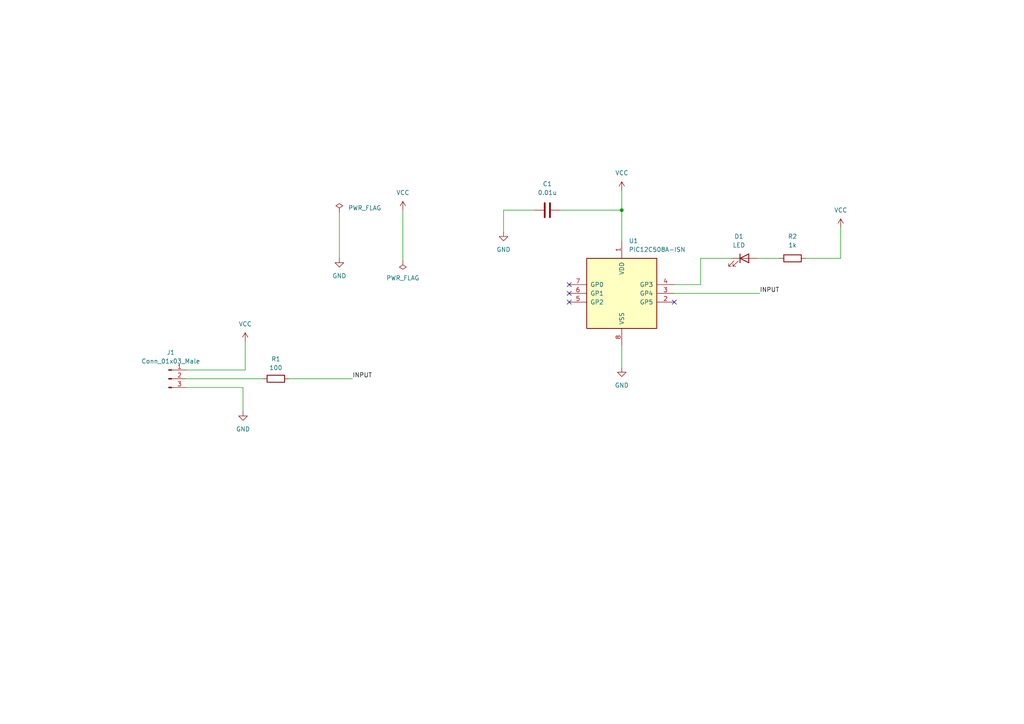
<source format=kicad_sch>
(kicad_sch (version 20211123) (generator eeschema)

  (uuid e63e39d7-6ac0-4ffd-8aa3-1841a4541b55)

  (paper "A4")

  (title_block
    (title "tutorial1")
    (rev "1")
    (company "Continuas_HAGA")
    (comment 1 "my first KiCad")
  )

  (lib_symbols
    (symbol "Connector:Conn_01x03_Male" (pin_names (offset 1.016) hide) (in_bom yes) (on_board yes)
      (property "Reference" "J" (id 0) (at 0 5.08 0)
        (effects (font (size 1.27 1.27)))
      )
      (property "Value" "Conn_01x03_Male" (id 1) (at 0 -5.08 0)
        (effects (font (size 1.27 1.27)))
      )
      (property "Footprint" "" (id 2) (at 0 0 0)
        (effects (font (size 1.27 1.27)) hide)
      )
      (property "Datasheet" "~" (id 3) (at 0 0 0)
        (effects (font (size 1.27 1.27)) hide)
      )
      (property "ki_keywords" "connector" (id 4) (at 0 0 0)
        (effects (font (size 1.27 1.27)) hide)
      )
      (property "ki_description" "Generic connector, single row, 01x03, script generated (kicad-library-utils/schlib/autogen/connector/)" (id 5) (at 0 0 0)
        (effects (font (size 1.27 1.27)) hide)
      )
      (property "ki_fp_filters" "Connector*:*_1x??_*" (id 6) (at 0 0 0)
        (effects (font (size 1.27 1.27)) hide)
      )
      (symbol "Conn_01x03_Male_1_1"
        (polyline
          (pts
            (xy 1.27 -2.54)
            (xy 0.8636 -2.54)
          )
          (stroke (width 0.1524) (type default) (color 0 0 0 0))
          (fill (type none))
        )
        (polyline
          (pts
            (xy 1.27 0)
            (xy 0.8636 0)
          )
          (stroke (width 0.1524) (type default) (color 0 0 0 0))
          (fill (type none))
        )
        (polyline
          (pts
            (xy 1.27 2.54)
            (xy 0.8636 2.54)
          )
          (stroke (width 0.1524) (type default) (color 0 0 0 0))
          (fill (type none))
        )
        (rectangle (start 0.8636 -2.413) (end 0 -2.667)
          (stroke (width 0.1524) (type default) (color 0 0 0 0))
          (fill (type outline))
        )
        (rectangle (start 0.8636 0.127) (end 0 -0.127)
          (stroke (width 0.1524) (type default) (color 0 0 0 0))
          (fill (type outline))
        )
        (rectangle (start 0.8636 2.667) (end 0 2.413)
          (stroke (width 0.1524) (type default) (color 0 0 0 0))
          (fill (type outline))
        )
        (pin passive line (at 5.08 2.54 180) (length 3.81)
          (name "Pin_1" (effects (font (size 1.27 1.27))))
          (number "1" (effects (font (size 1.27 1.27))))
        )
        (pin passive line (at 5.08 0 180) (length 3.81)
          (name "Pin_2" (effects (font (size 1.27 1.27))))
          (number "2" (effects (font (size 1.27 1.27))))
        )
        (pin passive line (at 5.08 -2.54 180) (length 3.81)
          (name "Pin_3" (effects (font (size 1.27 1.27))))
          (number "3" (effects (font (size 1.27 1.27))))
        )
      )
    )
    (symbol "Device:C" (pin_numbers hide) (pin_names (offset 0.254)) (in_bom yes) (on_board yes)
      (property "Reference" "C" (id 0) (at 0.635 2.54 0)
        (effects (font (size 1.27 1.27)) (justify left))
      )
      (property "Value" "C" (id 1) (at 0.635 -2.54 0)
        (effects (font (size 1.27 1.27)) (justify left))
      )
      (property "Footprint" "" (id 2) (at 0.9652 -3.81 0)
        (effects (font (size 1.27 1.27)) hide)
      )
      (property "Datasheet" "~" (id 3) (at 0 0 0)
        (effects (font (size 1.27 1.27)) hide)
      )
      (property "ki_keywords" "cap capacitor" (id 4) (at 0 0 0)
        (effects (font (size 1.27 1.27)) hide)
      )
      (property "ki_description" "Unpolarized capacitor" (id 5) (at 0 0 0)
        (effects (font (size 1.27 1.27)) hide)
      )
      (property "ki_fp_filters" "C_*" (id 6) (at 0 0 0)
        (effects (font (size 1.27 1.27)) hide)
      )
      (symbol "C_0_1"
        (polyline
          (pts
            (xy -2.032 -0.762)
            (xy 2.032 -0.762)
          )
          (stroke (width 0.508) (type default) (color 0 0 0 0))
          (fill (type none))
        )
        (polyline
          (pts
            (xy -2.032 0.762)
            (xy 2.032 0.762)
          )
          (stroke (width 0.508) (type default) (color 0 0 0 0))
          (fill (type none))
        )
      )
      (symbol "C_1_1"
        (pin passive line (at 0 3.81 270) (length 2.794)
          (name "~" (effects (font (size 1.27 1.27))))
          (number "1" (effects (font (size 1.27 1.27))))
        )
        (pin passive line (at 0 -3.81 90) (length 2.794)
          (name "~" (effects (font (size 1.27 1.27))))
          (number "2" (effects (font (size 1.27 1.27))))
        )
      )
    )
    (symbol "Device:LED" (pin_numbers hide) (pin_names (offset 1.016) hide) (in_bom yes) (on_board yes)
      (property "Reference" "D" (id 0) (at 0 2.54 0)
        (effects (font (size 1.27 1.27)))
      )
      (property "Value" "LED" (id 1) (at 0 -2.54 0)
        (effects (font (size 1.27 1.27)))
      )
      (property "Footprint" "" (id 2) (at 0 0 0)
        (effects (font (size 1.27 1.27)) hide)
      )
      (property "Datasheet" "~" (id 3) (at 0 0 0)
        (effects (font (size 1.27 1.27)) hide)
      )
      (property "ki_keywords" "LED diode" (id 4) (at 0 0 0)
        (effects (font (size 1.27 1.27)) hide)
      )
      (property "ki_description" "Light emitting diode" (id 5) (at 0 0 0)
        (effects (font (size 1.27 1.27)) hide)
      )
      (property "ki_fp_filters" "LED* LED_SMD:* LED_THT:*" (id 6) (at 0 0 0)
        (effects (font (size 1.27 1.27)) hide)
      )
      (symbol "LED_0_1"
        (polyline
          (pts
            (xy -1.27 -1.27)
            (xy -1.27 1.27)
          )
          (stroke (width 0.254) (type default) (color 0 0 0 0))
          (fill (type none))
        )
        (polyline
          (pts
            (xy -1.27 0)
            (xy 1.27 0)
          )
          (stroke (width 0) (type default) (color 0 0 0 0))
          (fill (type none))
        )
        (polyline
          (pts
            (xy 1.27 -1.27)
            (xy 1.27 1.27)
            (xy -1.27 0)
            (xy 1.27 -1.27)
          )
          (stroke (width 0.254) (type default) (color 0 0 0 0))
          (fill (type none))
        )
        (polyline
          (pts
            (xy -3.048 -0.762)
            (xy -4.572 -2.286)
            (xy -3.81 -2.286)
            (xy -4.572 -2.286)
            (xy -4.572 -1.524)
          )
          (stroke (width 0) (type default) (color 0 0 0 0))
          (fill (type none))
        )
        (polyline
          (pts
            (xy -1.778 -0.762)
            (xy -3.302 -2.286)
            (xy -2.54 -2.286)
            (xy -3.302 -2.286)
            (xy -3.302 -1.524)
          )
          (stroke (width 0) (type default) (color 0 0 0 0))
          (fill (type none))
        )
      )
      (symbol "LED_1_1"
        (pin passive line (at -3.81 0 0) (length 2.54)
          (name "K" (effects (font (size 1.27 1.27))))
          (number "1" (effects (font (size 1.27 1.27))))
        )
        (pin passive line (at 3.81 0 180) (length 2.54)
          (name "A" (effects (font (size 1.27 1.27))))
          (number "2" (effects (font (size 1.27 1.27))))
        )
      )
    )
    (symbol "Device:R" (pin_numbers hide) (pin_names (offset 0)) (in_bom yes) (on_board yes)
      (property "Reference" "R" (id 0) (at 2.032 0 90)
        (effects (font (size 1.27 1.27)))
      )
      (property "Value" "R" (id 1) (at 0 0 90)
        (effects (font (size 1.27 1.27)))
      )
      (property "Footprint" "" (id 2) (at -1.778 0 90)
        (effects (font (size 1.27 1.27)) hide)
      )
      (property "Datasheet" "~" (id 3) (at 0 0 0)
        (effects (font (size 1.27 1.27)) hide)
      )
      (property "ki_keywords" "R res resistor" (id 4) (at 0 0 0)
        (effects (font (size 1.27 1.27)) hide)
      )
      (property "ki_description" "Resistor" (id 5) (at 0 0 0)
        (effects (font (size 1.27 1.27)) hide)
      )
      (property "ki_fp_filters" "R_*" (id 6) (at 0 0 0)
        (effects (font (size 1.27 1.27)) hide)
      )
      (symbol "R_0_1"
        (rectangle (start -1.016 -2.54) (end 1.016 2.54)
          (stroke (width 0.254) (type default) (color 0 0 0 0))
          (fill (type none))
        )
      )
      (symbol "R_1_1"
        (pin passive line (at 0 3.81 270) (length 1.27)
          (name "~" (effects (font (size 1.27 1.27))))
          (number "1" (effects (font (size 1.27 1.27))))
        )
        (pin passive line (at 0 -3.81 90) (length 1.27)
          (name "~" (effects (font (size 1.27 1.27))))
          (number "2" (effects (font (size 1.27 1.27))))
        )
      )
    )
    (symbol "MCU_Microchip_PIC12:PIC12C508A-ISN" (pin_names (offset 1.016)) (in_bom yes) (on_board yes)
      (property "Reference" "U" (id 0) (at 1.27 13.97 0)
        (effects (font (size 1.27 1.27)) (justify left))
      )
      (property "Value" "PIC12C508A-ISN" (id 1) (at 1.27 11.43 0)
        (effects (font (size 1.27 1.27)) (justify left))
      )
      (property "Footprint" "Package_DIP:DIP-8_W7.62mm" (id 2) (at 15.24 16.51 0)
        (effects (font (size 1.27 1.27)) hide)
      )
      (property "Datasheet" "http://ww1.microchip.com/downloads/en/devicedoc/40139e.pdf" (id 3) (at 0 0 0)
        (effects (font (size 1.27 1.27)) hide)
      )
      (property "ki_keywords" "8-Bit CMOS Microcontroller" (id 4) (at 0 0 0)
        (effects (font (size 1.27 1.27)) hide)
      )
      (property "ki_description" "PIC12C508A, 512W EPROM, 25B SRAM, SO8" (id 5) (at 0 0 0)
        (effects (font (size 1.27 1.27)) hide)
      )
      (property "ki_fp_filters" "DIP*W7.62mm*" (id 6) (at 0 0 0)
        (effects (font (size 1.27 1.27)) hide)
      )
      (symbol "PIC12C508A-ISN_0_1"
        (rectangle (start 10.16 -10.16) (end -10.16 10.16)
          (stroke (width 0.254) (type default) (color 0 0 0 0))
          (fill (type background))
        )
      )
      (symbol "PIC12C508A-ISN_1_1"
        (pin power_in line (at 0 15.24 270) (length 5.08)
          (name "VDD" (effects (font (size 1.27 1.27))))
          (number "1" (effects (font (size 1.27 1.27))))
        )
        (pin bidirectional line (at 15.24 -2.54 180) (length 5.08)
          (name "GP5" (effects (font (size 1.27 1.27))))
          (number "2" (effects (font (size 1.27 1.27))))
        )
        (pin bidirectional line (at 15.24 0 180) (length 5.08)
          (name "GP4" (effects (font (size 1.27 1.27))))
          (number "3" (effects (font (size 1.27 1.27))))
        )
        (pin input line (at 15.24 2.54 180) (length 5.08)
          (name "GP3" (effects (font (size 1.27 1.27))))
          (number "4" (effects (font (size 1.27 1.27))))
        )
        (pin bidirectional line (at -15.24 -2.54 0) (length 5.08)
          (name "GP2" (effects (font (size 1.27 1.27))))
          (number "5" (effects (font (size 1.27 1.27))))
        )
        (pin bidirectional line (at -15.24 0 0) (length 5.08)
          (name "GP1" (effects (font (size 1.27 1.27))))
          (number "6" (effects (font (size 1.27 1.27))))
        )
        (pin bidirectional line (at -15.24 2.54 0) (length 5.08)
          (name "GP0" (effects (font (size 1.27 1.27))))
          (number "7" (effects (font (size 1.27 1.27))))
        )
        (pin power_in line (at 0 -15.24 90) (length 5.08)
          (name "VSS" (effects (font (size 1.27 1.27))))
          (number "8" (effects (font (size 1.27 1.27))))
        )
      )
    )
    (symbol "power:GND" (power) (pin_names (offset 0)) (in_bom yes) (on_board yes)
      (property "Reference" "#PWR" (id 0) (at 0 -6.35 0)
        (effects (font (size 1.27 1.27)) hide)
      )
      (property "Value" "GND" (id 1) (at 0 -3.81 0)
        (effects (font (size 1.27 1.27)))
      )
      (property "Footprint" "" (id 2) (at 0 0 0)
        (effects (font (size 1.27 1.27)) hide)
      )
      (property "Datasheet" "" (id 3) (at 0 0 0)
        (effects (font (size 1.27 1.27)) hide)
      )
      (property "ki_keywords" "power-flag" (id 4) (at 0 0 0)
        (effects (font (size 1.27 1.27)) hide)
      )
      (property "ki_description" "Power symbol creates a global label with name \"GND\" , ground" (id 5) (at 0 0 0)
        (effects (font (size 1.27 1.27)) hide)
      )
      (symbol "GND_0_1"
        (polyline
          (pts
            (xy 0 0)
            (xy 0 -1.27)
            (xy 1.27 -1.27)
            (xy 0 -2.54)
            (xy -1.27 -1.27)
            (xy 0 -1.27)
          )
          (stroke (width 0) (type default) (color 0 0 0 0))
          (fill (type none))
        )
      )
      (symbol "GND_1_1"
        (pin power_in line (at 0 0 270) (length 0) hide
          (name "GND" (effects (font (size 1.27 1.27))))
          (number "1" (effects (font (size 1.27 1.27))))
        )
      )
    )
    (symbol "power:PWR_FLAG" (power) (pin_numbers hide) (pin_names (offset 0) hide) (in_bom yes) (on_board yes)
      (property "Reference" "#FLG" (id 0) (at 0 1.905 0)
        (effects (font (size 1.27 1.27)) hide)
      )
      (property "Value" "PWR_FLAG" (id 1) (at 0 3.81 0)
        (effects (font (size 1.27 1.27)))
      )
      (property "Footprint" "" (id 2) (at 0 0 0)
        (effects (font (size 1.27 1.27)) hide)
      )
      (property "Datasheet" "~" (id 3) (at 0 0 0)
        (effects (font (size 1.27 1.27)) hide)
      )
      (property "ki_keywords" "power-flag" (id 4) (at 0 0 0)
        (effects (font (size 1.27 1.27)) hide)
      )
      (property "ki_description" "Special symbol for telling ERC where power comes from" (id 5) (at 0 0 0)
        (effects (font (size 1.27 1.27)) hide)
      )
      (symbol "PWR_FLAG_0_0"
        (pin power_out line (at 0 0 90) (length 0)
          (name "pwr" (effects (font (size 1.27 1.27))))
          (number "1" (effects (font (size 1.27 1.27))))
        )
      )
      (symbol "PWR_FLAG_0_1"
        (polyline
          (pts
            (xy 0 0)
            (xy 0 1.27)
            (xy -1.016 1.905)
            (xy 0 2.54)
            (xy 1.016 1.905)
            (xy 0 1.27)
          )
          (stroke (width 0) (type default) (color 0 0 0 0))
          (fill (type none))
        )
      )
    )
    (symbol "power:VCC" (power) (pin_names (offset 0)) (in_bom yes) (on_board yes)
      (property "Reference" "#PWR" (id 0) (at 0 -3.81 0)
        (effects (font (size 1.27 1.27)) hide)
      )
      (property "Value" "VCC" (id 1) (at 0 3.81 0)
        (effects (font (size 1.27 1.27)))
      )
      (property "Footprint" "" (id 2) (at 0 0 0)
        (effects (font (size 1.27 1.27)) hide)
      )
      (property "Datasheet" "" (id 3) (at 0 0 0)
        (effects (font (size 1.27 1.27)) hide)
      )
      (property "ki_keywords" "power-flag" (id 4) (at 0 0 0)
        (effects (font (size 1.27 1.27)) hide)
      )
      (property "ki_description" "Power symbol creates a global label with name \"VCC\"" (id 5) (at 0 0 0)
        (effects (font (size 1.27 1.27)) hide)
      )
      (symbol "VCC_0_1"
        (polyline
          (pts
            (xy -0.762 1.27)
            (xy 0 2.54)
          )
          (stroke (width 0) (type default) (color 0 0 0 0))
          (fill (type none))
        )
        (polyline
          (pts
            (xy 0 0)
            (xy 0 2.54)
          )
          (stroke (width 0) (type default) (color 0 0 0 0))
          (fill (type none))
        )
        (polyline
          (pts
            (xy 0 2.54)
            (xy 0.762 1.27)
          )
          (stroke (width 0) (type default) (color 0 0 0 0))
          (fill (type none))
        )
      )
      (symbol "VCC_1_1"
        (pin power_in line (at 0 0 90) (length 0) hide
          (name "VCC" (effects (font (size 1.27 1.27))))
          (number "1" (effects (font (size 1.27 1.27))))
        )
      )
    )
  )

  (junction (at 180.34 60.96) (diameter 0) (color 0 0 0 0)
    (uuid e05658bf-28aa-4ea7-aabe-14df4730ad62)
  )

  (no_connect (at 165.1 87.63) (uuid 3a7bdc2b-7ff3-4568-ace7-3221828cf7fd))
  (no_connect (at 165.1 85.09) (uuid 3a7bdc2b-7ff3-4568-ace7-3221828cf7fd))
  (no_connect (at 195.58 87.63) (uuid 7132d537-6816-4e26-bfbc-530820f8076a))
  (no_connect (at 165.1 82.55) (uuid 7132d537-6816-4e26-bfbc-530820f8076a))

  (wire (pts (xy 98.425 61.595) (xy 98.425 74.93))
    (stroke (width 0) (type default) (color 0 0 0 0))
    (uuid 0fb8d216-4277-4af8-a62f-3ee9362270cb)
  )
  (wire (pts (xy 146.05 67.31) (xy 146.05 60.96))
    (stroke (width 0) (type default) (color 0 0 0 0))
    (uuid 13767798-202f-4318-a9ff-96584a34ce5c)
  )
  (wire (pts (xy 180.34 55.245) (xy 180.34 60.96))
    (stroke (width 0) (type default) (color 0 0 0 0))
    (uuid 1a8a3cb3-cc9a-4af9-bf5a-f7b76598870e)
  )
  (wire (pts (xy 162.56 60.96) (xy 180.34 60.96))
    (stroke (width 0) (type default) (color 0 0 0 0))
    (uuid 3a990330-e956-4e30-9e68-7b47375d8815)
  )
  (wire (pts (xy 203.2 74.93) (xy 212.09 74.93))
    (stroke (width 0) (type default) (color 0 0 0 0))
    (uuid 4a046e62-4a8a-4f5f-ba2a-e0398ca54dc5)
  )
  (wire (pts (xy 243.84 74.93) (xy 243.84 66.04))
    (stroke (width 0) (type default) (color 0 0 0 0))
    (uuid 50f4ffa6-f58f-4dcb-87de-f32c1a86a1bf)
  )
  (wire (pts (xy 195.58 85.09) (xy 220.345 85.09))
    (stroke (width 0) (type default) (color 0 0 0 0))
    (uuid 513c554c-ab52-4775-ae43-9e0e1f7b1d79)
  )
  (wire (pts (xy 53.975 109.855) (xy 76.2 109.855))
    (stroke (width 0) (type default) (color 0 0 0 0))
    (uuid 5365d900-c2fd-4f65-b876-58505d56b214)
  )
  (wire (pts (xy 180.34 100.33) (xy 180.34 106.68))
    (stroke (width 0) (type default) (color 0 0 0 0))
    (uuid 5707b155-0f86-4132-a677-c141180c60b7)
  )
  (wire (pts (xy 146.05 60.96) (xy 154.94 60.96))
    (stroke (width 0) (type default) (color 0 0 0 0))
    (uuid 68608f8b-3552-409d-ab6d-1e9b26a1f4ee)
  )
  (wire (pts (xy 195.58 82.55) (xy 203.2 82.55))
    (stroke (width 0) (type default) (color 0 0 0 0))
    (uuid 6bb29f90-cfc8-431c-9499-8412a342c3ef)
  )
  (wire (pts (xy 116.84 60.96) (xy 116.84 75.565))
    (stroke (width 0) (type default) (color 0 0 0 0))
    (uuid 81d62536-4306-4c12-800a-e3975a349ae7)
  )
  (wire (pts (xy 83.82 109.855) (xy 102.235 109.855))
    (stroke (width 0) (type default) (color 0 0 0 0))
    (uuid 8d35a178-63d9-414c-b505-7cae2646a6b5)
  )
  (wire (pts (xy 53.975 112.395) (xy 70.485 112.395))
    (stroke (width 0) (type default) (color 0 0 0 0))
    (uuid a1009386-74b2-4810-8c54-1f5760af1d58)
  )
  (wire (pts (xy 53.975 107.315) (xy 71.12 107.315))
    (stroke (width 0) (type default) (color 0 0 0 0))
    (uuid b4009659-309a-4f74-89ad-82965e2261dc)
  )
  (wire (pts (xy 233.68 74.93) (xy 243.84 74.93))
    (stroke (width 0) (type default) (color 0 0 0 0))
    (uuid be205937-d9e1-4e2d-aee9-9fe51cca6972)
  )
  (wire (pts (xy 71.12 107.315) (xy 71.12 99.06))
    (stroke (width 0) (type default) (color 0 0 0 0))
    (uuid c864fdec-ba95-4d5c-b1c7-25eeabc56473)
  )
  (wire (pts (xy 70.485 112.395) (xy 70.485 119.38))
    (stroke (width 0) (type default) (color 0 0 0 0))
    (uuid d08cd60b-ae9c-4a46-833f-fde42049e416)
  )
  (wire (pts (xy 203.2 74.93) (xy 203.2 82.55))
    (stroke (width 0) (type default) (color 0 0 0 0))
    (uuid d47003be-16c1-4182-85f8-cdf7ead8e0a9)
  )
  (wire (pts (xy 219.71 74.93) (xy 226.06 74.93))
    (stroke (width 0) (type default) (color 0 0 0 0))
    (uuid e9bc1ca3-97ba-4470-9c08-4d94bfcd4bc2)
  )
  (wire (pts (xy 180.34 60.96) (xy 180.34 69.85))
    (stroke (width 0) (type default) (color 0 0 0 0))
    (uuid f4135695-de2f-49e2-986f-ecbc0d11d56c)
  )

  (label "INPUT" (at 220.345 85.09 0)
    (effects (font (size 1.27 1.27)) (justify left bottom))
    (uuid 231b3803-7da2-4420-83d2-2111d55d51cc)
  )
  (label "INPUT" (at 102.235 109.855 0)
    (effects (font (size 1.27 1.27)) (justify left bottom))
    (uuid 7f6d270f-f8c2-4f8a-9fcc-4f03fbafbc99)
  )

  (symbol (lib_id "power:PWR_FLAG") (at 116.84 75.565 180) (unit 1)
    (in_bom yes) (on_board yes) (fields_autoplaced)
    (uuid 00ec0db0-8925-4682-b192-4b7d744529f0)
    (property "Reference" "#FLG02" (id 0) (at 116.84 77.47 0)
      (effects (font (size 1.27 1.27)) hide)
    )
    (property "Value" "PWR_FLAG" (id 1) (at 116.84 80.645 0))
    (property "Footprint" "" (id 2) (at 116.84 75.565 0)
      (effects (font (size 1.27 1.27)) hide)
    )
    (property "Datasheet" "~" (id 3) (at 116.84 75.565 0)
      (effects (font (size 1.27 1.27)) hide)
    )
    (pin "1" (uuid a0ea6d4e-3eb0-4b81-bd92-096dd545c0e2))
  )

  (symbol (lib_id "MCU_Microchip_PIC12:PIC12C508A-ISN") (at 180.34 85.09 0) (unit 1)
    (in_bom yes) (on_board yes) (fields_autoplaced)
    (uuid 0bc82d82-834b-4296-b539-4d801ae1f4e8)
    (property "Reference" "U1" (id 0) (at 182.3594 69.85 0)
      (effects (font (size 1.27 1.27)) (justify left))
    )
    (property "Value" "PIC12C508A-ISN" (id 1) (at 182.3594 72.39 0)
      (effects (font (size 1.27 1.27)) (justify left))
    )
    (property "Footprint" "Package_DIP:DIP-8_W7.62mm" (id 2) (at 195.58 68.58 0)
      (effects (font (size 1.27 1.27)) hide)
    )
    (property "Datasheet" "http://ww1.microchip.com/downloads/en/devicedoc/40139e.pdf" (id 3) (at 180.34 85.09 0)
      (effects (font (size 1.27 1.27)) hide)
    )
    (pin "1" (uuid 61e8656e-e75f-41f7-bddd-bdfe68477ad2))
    (pin "2" (uuid 0c1d8144-02b9-4075-84fa-681daa8dd91f))
    (pin "3" (uuid 55ededde-eb1b-46a6-8fc8-dc57b52ebf5c))
    (pin "4" (uuid 32ece4eb-1296-476a-8c55-ddfecab6881c))
    (pin "5" (uuid ac59da6d-4bdc-4f71-acd3-d2ff125c04a4))
    (pin "6" (uuid c6b9a8bc-95cd-4243-8594-95d338c4e6e9))
    (pin "7" (uuid b73bbbdd-1acc-4808-916a-86fcf033c1c1))
    (pin "8" (uuid 4b739973-a915-4222-98c3-3ed1deecaee3))
  )

  (symbol (lib_id "Device:C") (at 158.75 60.96 270) (unit 1)
    (in_bom yes) (on_board yes) (fields_autoplaced)
    (uuid 0cf252ad-8293-46b7-b205-f41e6d9a8697)
    (property "Reference" "C1" (id 0) (at 158.75 53.34 90))
    (property "Value" "0.01u" (id 1) (at 158.75 55.88 90))
    (property "Footprint" "" (id 2) (at 154.94 61.9252 0)
      (effects (font (size 1.27 1.27)) hide)
    )
    (property "Datasheet" "~" (id 3) (at 158.75 60.96 0)
      (effects (font (size 1.27 1.27)) hide)
    )
    (pin "1" (uuid a9b81c51-2fa8-4d32-85a7-16b917746a24))
    (pin "2" (uuid 92bd2d8f-1018-490b-82e6-22b0a6d0f659))
  )

  (symbol (lib_id "power:VCC") (at 243.84 66.04 0) (unit 1)
    (in_bom yes) (on_board yes) (fields_autoplaced)
    (uuid 312f978b-eaee-4478-80ac-ab73027cbff8)
    (property "Reference" "#PWR07" (id 0) (at 243.84 69.85 0)
      (effects (font (size 1.27 1.27)) hide)
    )
    (property "Value" "VCC" (id 1) (at 243.84 60.96 0))
    (property "Footprint" "" (id 2) (at 243.84 66.04 0)
      (effects (font (size 1.27 1.27)) hide)
    )
    (property "Datasheet" "" (id 3) (at 243.84 66.04 0)
      (effects (font (size 1.27 1.27)) hide)
    )
    (pin "1" (uuid 80b315ad-36d3-401f-804e-1ff0abb14767))
  )

  (symbol (lib_id "power:VCC") (at 180.34 55.245 0) (unit 1)
    (in_bom yes) (on_board yes) (fields_autoplaced)
    (uuid 6d9b16be-75af-4a92-9ca1-7367ec20a94e)
    (property "Reference" "#PWR0101" (id 0) (at 180.34 59.055 0)
      (effects (font (size 1.27 1.27)) hide)
    )
    (property "Value" "VCC" (id 1) (at 180.34 50.165 0))
    (property "Footprint" "" (id 2) (at 180.34 55.245 0)
      (effects (font (size 1.27 1.27)) hide)
    )
    (property "Datasheet" "" (id 3) (at 180.34 55.245 0)
      (effects (font (size 1.27 1.27)) hide)
    )
    (pin "1" (uuid 408acc39-5dcc-4bf2-9c86-c5d952d4b492))
  )

  (symbol (lib_id "Device:R") (at 80.01 109.855 270) (unit 1)
    (in_bom yes) (on_board yes) (fields_autoplaced)
    (uuid 74f3c7fe-24ef-4a24-be3b-b7517c07250a)
    (property "Reference" "R1" (id 0) (at 80.01 104.14 90))
    (property "Value" "100" (id 1) (at 80.01 106.68 90))
    (property "Footprint" "" (id 2) (at 80.01 108.077 90)
      (effects (font (size 1.27 1.27)) hide)
    )
    (property "Datasheet" "~" (id 3) (at 80.01 109.855 0)
      (effects (font (size 1.27 1.27)) hide)
    )
    (pin "1" (uuid 1630515a-0d77-484b-935d-6c4a9bde67cc))
    (pin "2" (uuid 6ea9bf7d-eefc-441a-96d5-11c8e92b4c4f))
  )

  (symbol (lib_id "power:PWR_FLAG") (at 98.425 61.595 0) (unit 1)
    (in_bom yes) (on_board yes)
    (uuid 8c3e15d5-247f-4c0d-b85b-0fd951a7bd09)
    (property "Reference" "#FLG01" (id 0) (at 98.425 59.69 0)
      (effects (font (size 1.27 1.27)) hide)
    )
    (property "Value" "PWR_FLAG" (id 1) (at 100.965 60.3249 0)
      (effects (font (size 1.27 1.27)) (justify left))
    )
    (property "Footprint" "" (id 2) (at 98.425 61.595 0)
      (effects (font (size 1.27 1.27)) hide)
    )
    (property "Datasheet" "~" (id 3) (at 98.425 61.595 0)
      (effects (font (size 1.27 1.27)) hide)
    )
    (pin "1" (uuid 0c11dd1e-93ce-4db3-bd07-4071c9cf20e1))
  )

  (symbol (lib_id "Device:R") (at 229.87 74.93 270) (unit 1)
    (in_bom yes) (on_board yes) (fields_autoplaced)
    (uuid b8860185-f4b6-4df9-904a-e9c1bcaac6e5)
    (property "Reference" "R2" (id 0) (at 229.87 68.58 90))
    (property "Value" "1k" (id 1) (at 229.87 71.12 90))
    (property "Footprint" "" (id 2) (at 229.87 73.152 90)
      (effects (font (size 1.27 1.27)) hide)
    )
    (property "Datasheet" "~" (id 3) (at 229.87 74.93 0)
      (effects (font (size 1.27 1.27)) hide)
    )
    (pin "1" (uuid 3f0d9241-b42c-4ab3-9d7c-d150ccc70cd2))
    (pin "2" (uuid 83f11fd0-ba10-4858-a731-729172dc2791))
  )

  (symbol (lib_id "Device:LED") (at 215.9 74.93 0) (unit 1)
    (in_bom yes) (on_board yes) (fields_autoplaced)
    (uuid c6f761ae-aec8-47bd-a15b-96aadd04470f)
    (property "Reference" "D1" (id 0) (at 214.3125 68.58 0))
    (property "Value" "LED" (id 1) (at 214.3125 71.12 0))
    (property "Footprint" "" (id 2) (at 215.9 74.93 0)
      (effects (font (size 1.27 1.27)) hide)
    )
    (property "Datasheet" "~" (id 3) (at 215.9 74.93 0)
      (effects (font (size 1.27 1.27)) hide)
    )
    (pin "1" (uuid c3ce1af0-a626-48d5-bb41-5abf97986b28))
    (pin "2" (uuid a02ba708-ac28-4327-b82f-4406f0985d79))
  )

  (symbol (lib_id "power:GND") (at 146.05 67.31 0) (unit 1)
    (in_bom yes) (on_board yes) (fields_autoplaced)
    (uuid c9843f10-628a-4db0-a2fc-11a03eed37ca)
    (property "Reference" "#PWR05" (id 0) (at 146.05 73.66 0)
      (effects (font (size 1.27 1.27)) hide)
    )
    (property "Value" "GND" (id 1) (at 146.05 72.39 0))
    (property "Footprint" "" (id 2) (at 146.05 67.31 0)
      (effects (font (size 1.27 1.27)) hide)
    )
    (property "Datasheet" "" (id 3) (at 146.05 67.31 0)
      (effects (font (size 1.27 1.27)) hide)
    )
    (pin "1" (uuid cbed0598-2f39-48cf-899b-a047bb3e68fc))
  )

  (symbol (lib_id "power:GND") (at 98.425 74.93 0) (unit 1)
    (in_bom yes) (on_board yes) (fields_autoplaced)
    (uuid cc130084-7b86-4d10-96fc-8f1853790260)
    (property "Reference" "#PWR03" (id 0) (at 98.425 81.28 0)
      (effects (font (size 1.27 1.27)) hide)
    )
    (property "Value" "GND" (id 1) (at 98.425 80.01 0))
    (property "Footprint" "" (id 2) (at 98.425 74.93 0)
      (effects (font (size 1.27 1.27)) hide)
    )
    (property "Datasheet" "" (id 3) (at 98.425 74.93 0)
      (effects (font (size 1.27 1.27)) hide)
    )
    (pin "1" (uuid fd573dfa-f2c9-4116-a4f1-f250811442cf))
  )

  (symbol (lib_id "Connector:Conn_01x03_Male") (at 48.895 109.855 0) (unit 1)
    (in_bom yes) (on_board yes) (fields_autoplaced)
    (uuid d847067d-dd58-4d80-8dac-87973e08e134)
    (property "Reference" "J1" (id 0) (at 49.53 102.235 0))
    (property "Value" "Conn_01x03_Male" (id 1) (at 49.53 104.775 0))
    (property "Footprint" "" (id 2) (at 48.895 109.855 0)
      (effects (font (size 1.27 1.27)) hide)
    )
    (property "Datasheet" "~" (id 3) (at 48.895 109.855 0)
      (effects (font (size 1.27 1.27)) hide)
    )
    (pin "1" (uuid 882d96c1-ab65-41e3-8f87-a0a4cd96573b))
    (pin "2" (uuid 596cf426-983d-49c0-a869-a75060ea418e))
    (pin "3" (uuid 2921f21d-607f-411f-997f-da9d64d0d880))
  )

  (symbol (lib_id "power:VCC") (at 71.12 99.06 0) (unit 1)
    (in_bom yes) (on_board yes) (fields_autoplaced)
    (uuid dc7b2967-ea98-42f0-9b73-d79588e4f8ec)
    (property "Reference" "#PWR02" (id 0) (at 71.12 102.87 0)
      (effects (font (size 1.27 1.27)) hide)
    )
    (property "Value" "VCC" (id 1) (at 71.12 93.98 0))
    (property "Footprint" "" (id 2) (at 71.12 99.06 0)
      (effects (font (size 1.27 1.27)) hide)
    )
    (property "Datasheet" "" (id 3) (at 71.12 99.06 0)
      (effects (font (size 1.27 1.27)) hide)
    )
    (pin "1" (uuid 6171e483-c374-49c8-9335-f2fda45f5edb))
  )

  (symbol (lib_id "power:VCC") (at 116.84 60.96 0) (unit 1)
    (in_bom yes) (on_board yes) (fields_autoplaced)
    (uuid df33e764-59f0-46c6-a7c5-de40edd6cde1)
    (property "Reference" "#PWR04" (id 0) (at 116.84 64.77 0)
      (effects (font (size 1.27 1.27)) hide)
    )
    (property "Value" "VCC" (id 1) (at 116.84 55.88 0))
    (property "Footprint" "" (id 2) (at 116.84 60.96 0)
      (effects (font (size 1.27 1.27)) hide)
    )
    (property "Datasheet" "" (id 3) (at 116.84 60.96 0)
      (effects (font (size 1.27 1.27)) hide)
    )
    (pin "1" (uuid f1591cbd-9125-41c2-9168-7ac993fcad0b))
  )

  (symbol (lib_id "power:GND") (at 180.34 106.68 0) (unit 1)
    (in_bom yes) (on_board yes) (fields_autoplaced)
    (uuid e606cf01-23f5-484a-96e8-b19ac066e14a)
    (property "Reference" "#PWR06" (id 0) (at 180.34 113.03 0)
      (effects (font (size 1.27 1.27)) hide)
    )
    (property "Value" "GND" (id 1) (at 180.34 111.76 0))
    (property "Footprint" "" (id 2) (at 180.34 106.68 0)
      (effects (font (size 1.27 1.27)) hide)
    )
    (property "Datasheet" "" (id 3) (at 180.34 106.68 0)
      (effects (font (size 1.27 1.27)) hide)
    )
    (pin "1" (uuid af1f5312-2b28-4031-8ee6-ed9f149afe44))
  )

  (symbol (lib_id "power:GND") (at 70.485 119.38 0) (unit 1)
    (in_bom yes) (on_board yes) (fields_autoplaced)
    (uuid ec6c01f6-558a-4711-be93-ceddddf9e2d4)
    (property "Reference" "#PWR01" (id 0) (at 70.485 125.73 0)
      (effects (font (size 1.27 1.27)) hide)
    )
    (property "Value" "GND" (id 1) (at 70.485 124.46 0))
    (property "Footprint" "" (id 2) (at 70.485 119.38 0)
      (effects (font (size 1.27 1.27)) hide)
    )
    (property "Datasheet" "" (id 3) (at 70.485 119.38 0)
      (effects (font (size 1.27 1.27)) hide)
    )
    (pin "1" (uuid d6a61c74-4999-4d0f-a3a7-c554f57963b0))
  )

  (sheet_instances
    (path "/" (page "1"))
  )

  (symbol_instances
    (path "/8c3e15d5-247f-4c0d-b85b-0fd951a7bd09"
      (reference "#FLG01") (unit 1) (value "PWR_FLAG") (footprint "")
    )
    (path "/00ec0db0-8925-4682-b192-4b7d744529f0"
      (reference "#FLG02") (unit 1) (value "PWR_FLAG") (footprint "")
    )
    (path "/ec6c01f6-558a-4711-be93-ceddddf9e2d4"
      (reference "#PWR01") (unit 1) (value "GND") (footprint "")
    )
    (path "/dc7b2967-ea98-42f0-9b73-d79588e4f8ec"
      (reference "#PWR02") (unit 1) (value "VCC") (footprint "")
    )
    (path "/cc130084-7b86-4d10-96fc-8f1853790260"
      (reference "#PWR03") (unit 1) (value "GND") (footprint "")
    )
    (path "/df33e764-59f0-46c6-a7c5-de40edd6cde1"
      (reference "#PWR04") (unit 1) (value "VCC") (footprint "")
    )
    (path "/c9843f10-628a-4db0-a2fc-11a03eed37ca"
      (reference "#PWR05") (unit 1) (value "GND") (footprint "")
    )
    (path "/e606cf01-23f5-484a-96e8-b19ac066e14a"
      (reference "#PWR06") (unit 1) (value "GND") (footprint "")
    )
    (path "/312f978b-eaee-4478-80ac-ab73027cbff8"
      (reference "#PWR07") (unit 1) (value "VCC") (footprint "")
    )
    (path "/6d9b16be-75af-4a92-9ca1-7367ec20a94e"
      (reference "#PWR0101") (unit 1) (value "VCC") (footprint "")
    )
    (path "/0cf252ad-8293-46b7-b205-f41e6d9a8697"
      (reference "C1") (unit 1) (value "0.01u") (footprint "")
    )
    (path "/c6f761ae-aec8-47bd-a15b-96aadd04470f"
      (reference "D1") (unit 1) (value "LED") (footprint "")
    )
    (path "/d847067d-dd58-4d80-8dac-87973e08e134"
      (reference "J1") (unit 1) (value "Conn_01x03_Male") (footprint "")
    )
    (path "/74f3c7fe-24ef-4a24-be3b-b7517c07250a"
      (reference "R1") (unit 1) (value "100") (footprint "")
    )
    (path "/b8860185-f4b6-4df9-904a-e9c1bcaac6e5"
      (reference "R2") (unit 1) (value "1k") (footprint "")
    )
    (path "/0bc82d82-834b-4296-b539-4d801ae1f4e8"
      (reference "U1") (unit 1) (value "PIC12C508A-ISN") (footprint "Package_DIP:DIP-8_W7.62mm")
    )
  )
)

</source>
